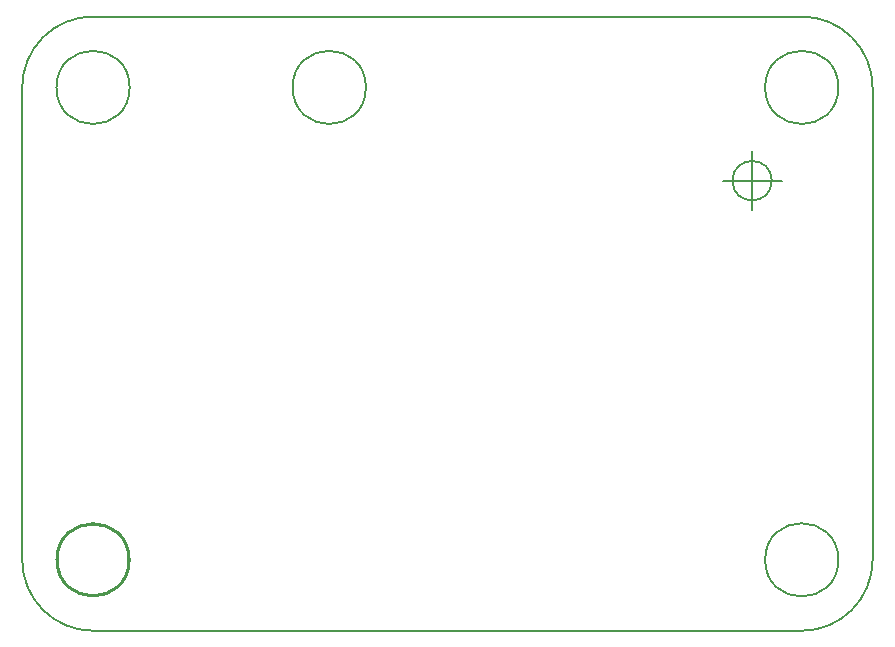
<source format=gbr>
G04 #@! TF.FileFunction,Profile,NP*
%FSLAX46Y46*%
G04 Gerber Fmt 4.6, Leading zero omitted, Abs format (unit mm)*
G04 Created by KiCad (PCBNEW 4.0.2-4+6225~38~ubuntu14.04.1-stable) date Tue 29 Mar 2016 01:16:37 BST*
%MOMM*%
G01*
G04 APERTURE LIST*
%ADD10C,0.100000*%
%ADD11C,0.150000*%
G04 APERTURE END LIST*
D10*
D11*
X101466666Y-142900000D02*
G75*
G03X101466666Y-142900000I-1666666J0D01*
G01*
X97300000Y-142900000D02*
X102300000Y-142900000D01*
X99800000Y-140400000D02*
X99800000Y-145400000D01*
X47100000Y-175000000D02*
G75*
G03X47100000Y-175000000I-3100000J0D01*
G01*
X107100000Y-175000000D02*
G75*
G03X107100000Y-175000000I-3100000J0D01*
G01*
X107100000Y-135000000D02*
G75*
G03X107100000Y-135000000I-3100000J0D01*
G01*
X67100000Y-135000000D02*
G75*
G03X67100000Y-135000000I-3100000J0D01*
G01*
X47100000Y-135000000D02*
G75*
G03X47100000Y-135000000I-3100000J0D01*
G01*
X44000000Y-181000000D02*
X104000000Y-181000000D01*
X38000000Y-135000000D02*
X38000000Y-175000000D01*
X44000000Y-129000000D02*
G75*
G03X38000000Y-135000000I0J-6000000D01*
G01*
X38000000Y-175000000D02*
G75*
G03X44000000Y-181000000I6000000J0D01*
G01*
X104000000Y-181000000D02*
G75*
G03X110000000Y-175000000I0J6000000D01*
G01*
X110000000Y-135000000D02*
G75*
G03X104000000Y-129000000I-6000000J0D01*
G01*
X110000000Y-135000000D02*
X110000000Y-175000000D01*
X44000000Y-129000000D02*
X104000000Y-129000000D01*
X47000000Y-175000000D02*
G75*
G03X47000000Y-175000000I-3000000J0D01*
G01*
M02*

</source>
